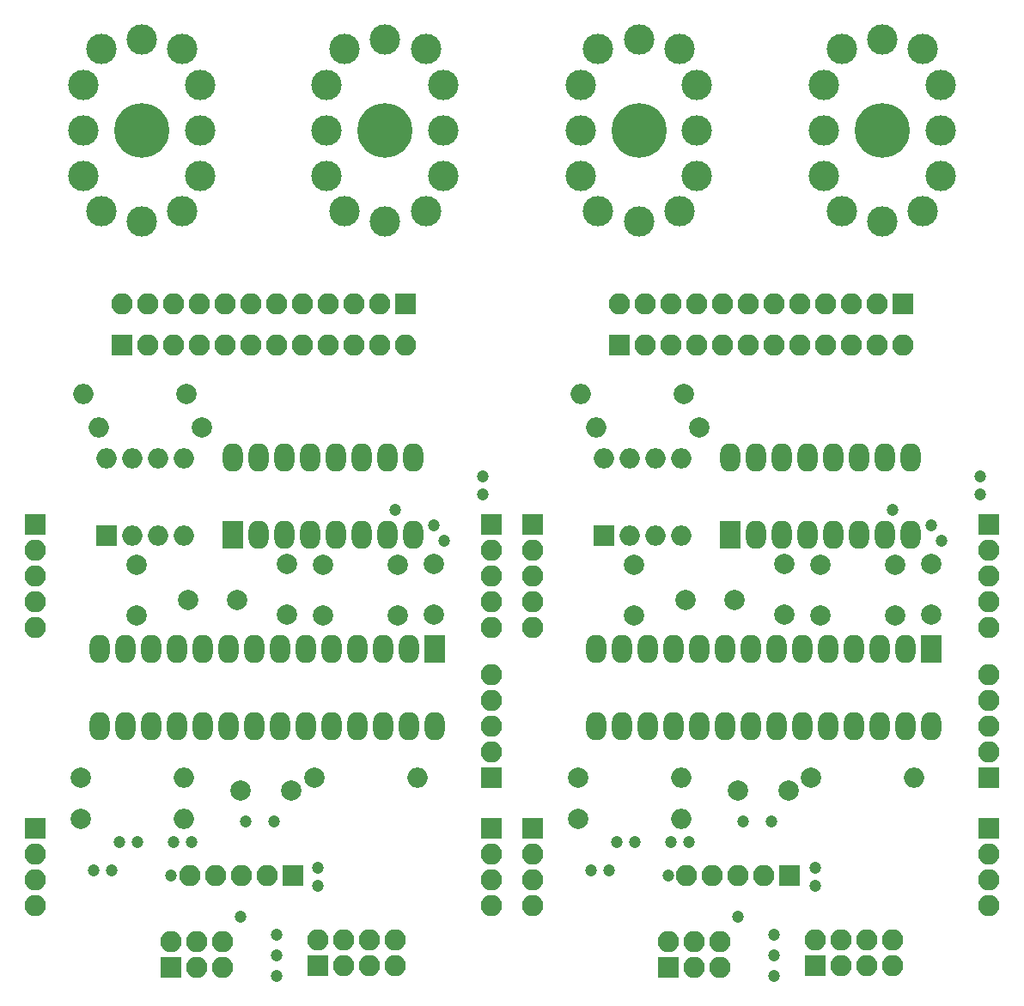
<source format=gbs>
G04 #@! TF.FileFunction,Soldermask,Bot*
%FSLAX46Y46*%
G04 Gerber Fmt 4.6, Leading zero omitted, Abs format (unit mm)*
G04 Created by KiCad (PCBNEW 4.0.6) date 11/02/17 15:14:21*
%MOMM*%
%LPD*%
G01*
G04 APERTURE LIST*
%ADD10C,0.100000*%
%ADD11C,2.000000*%
%ADD12R,2.000000X2.000000*%
%ADD13O,2.000000X2.000000*%
%ADD14R,2.100000X2.100000*%
%ADD15O,2.100000X2.100000*%
%ADD16R,2.000000X2.800000*%
%ADD17O,2.000000X2.800000*%
%ADD18C,3.000000*%
%ADD19C,5.400000*%
%ADD20C,1.200000*%
G04 APERTURE END LIST*
D10*
D11*
X168036000Y-94584000D03*
X168036000Y-99584000D03*
D12*
X150256000Y-91790000D03*
D13*
X157876000Y-84170000D03*
X152796000Y-91790000D03*
X155336000Y-84170000D03*
X155336000Y-91790000D03*
X152796000Y-84170000D03*
X157876000Y-91790000D03*
X150256000Y-84170000D03*
D11*
X178958000Y-99664000D03*
X178958000Y-94664000D03*
X153200000Y-94700000D03*
X153200000Y-99700000D03*
D14*
X188200000Y-120700000D03*
D15*
X188200000Y-123240000D03*
X188200000Y-125780000D03*
X188200000Y-128320000D03*
D14*
X188200000Y-115700000D03*
D15*
X188200000Y-113160000D03*
X188200000Y-110620000D03*
X188200000Y-108080000D03*
X188200000Y-105540000D03*
D14*
X143200000Y-120700000D03*
D15*
X143200000Y-123240000D03*
X143200000Y-125780000D03*
X143200000Y-128320000D03*
D14*
X156606000Y-134335000D03*
D15*
X156606000Y-131795000D03*
X159146000Y-134335000D03*
X159146000Y-131795000D03*
X161686000Y-134335000D03*
X161686000Y-131795000D03*
D14*
X188200000Y-90700000D03*
D15*
X188200000Y-93240000D03*
X188200000Y-95780000D03*
X188200000Y-98320000D03*
X188200000Y-100860000D03*
D14*
X143200000Y-90700000D03*
D15*
X143200000Y-93240000D03*
X143200000Y-95780000D03*
X143200000Y-98320000D03*
X143200000Y-100860000D03*
D11*
X170700000Y-115700000D03*
D13*
X180860000Y-115700000D03*
D11*
X147700000Y-115700000D03*
D13*
X157860000Y-115700000D03*
D11*
X158130000Y-77820000D03*
D13*
X147970000Y-77820000D03*
D11*
X147700000Y-119700000D03*
D13*
X157860000Y-119700000D03*
D11*
X159654000Y-81122000D03*
D13*
X149494000Y-81122000D03*
D16*
X182546000Y-102998000D03*
D17*
X149526000Y-110618000D03*
X180006000Y-102998000D03*
X152066000Y-110618000D03*
X177466000Y-102998000D03*
X154606000Y-110618000D03*
X174926000Y-102998000D03*
X157146000Y-110618000D03*
X172386000Y-102998000D03*
X159686000Y-110618000D03*
X169846000Y-102998000D03*
X162226000Y-110618000D03*
X167306000Y-102998000D03*
X164766000Y-110618000D03*
X164766000Y-102998000D03*
X167306000Y-110618000D03*
X162226000Y-102998000D03*
X169846000Y-110618000D03*
X159686000Y-102998000D03*
X172386000Y-110618000D03*
X157146000Y-102998000D03*
X174926000Y-110618000D03*
X154606000Y-102998000D03*
X177466000Y-110618000D03*
X152066000Y-102998000D03*
X180006000Y-110618000D03*
X149526000Y-102998000D03*
X182546000Y-110618000D03*
D16*
X162700000Y-91700000D03*
D17*
X180480000Y-84080000D03*
X165240000Y-91700000D03*
X177940000Y-84080000D03*
X167780000Y-91700000D03*
X175400000Y-84080000D03*
X170320000Y-91700000D03*
X172860000Y-84080000D03*
X172860000Y-91700000D03*
X170320000Y-84080000D03*
X175400000Y-91700000D03*
X167780000Y-84080000D03*
X177940000Y-91700000D03*
X165240000Y-84080000D03*
X180480000Y-91700000D03*
X162700000Y-84080000D03*
D18*
X153700000Y-60826000D03*
X149700000Y-59826000D03*
X147950000Y-56326000D03*
X147950000Y-51826000D03*
X147950000Y-47326000D03*
X149700000Y-43826000D03*
X153700000Y-42826000D03*
X157700000Y-43826000D03*
X159450000Y-47326000D03*
X159450000Y-51826000D03*
X159450000Y-56326000D03*
D19*
X153700000Y-51826000D03*
D18*
X157700000Y-59826000D03*
X177700000Y-60826000D03*
X173700000Y-59826000D03*
X171950000Y-56326000D03*
X171950000Y-51826000D03*
X171950000Y-47326000D03*
X173700000Y-43826000D03*
X177700000Y-42826000D03*
X181700000Y-43826000D03*
X183450000Y-47326000D03*
X183450000Y-51826000D03*
X183450000Y-56326000D03*
D19*
X177700000Y-51826000D03*
D18*
X181700000Y-59826000D03*
D11*
X158300000Y-98100000D03*
X163100000Y-98100000D03*
D14*
X168576000Y-125350000D03*
D15*
X166036000Y-125350000D03*
X163496000Y-125350000D03*
X160956000Y-125350000D03*
X158416000Y-125350000D03*
D14*
X151780000Y-72994000D03*
D15*
X154320000Y-72994000D03*
X156860000Y-72994000D03*
X159400000Y-72994000D03*
X161940000Y-72994000D03*
X164480000Y-72994000D03*
X167020000Y-72994000D03*
X169560000Y-72994000D03*
X172100000Y-72994000D03*
X174640000Y-72994000D03*
X177180000Y-72994000D03*
X179720000Y-72994000D03*
D14*
X179720000Y-68930000D03*
D15*
X177180000Y-68930000D03*
X174640000Y-68930000D03*
X172100000Y-68930000D03*
X169560000Y-68930000D03*
X167020000Y-68930000D03*
X164480000Y-68930000D03*
X161940000Y-68930000D03*
X159400000Y-68930000D03*
X156860000Y-68930000D03*
X154320000Y-68930000D03*
X151780000Y-68930000D03*
D11*
X171592000Y-99664000D03*
X171592000Y-94664000D03*
X182514000Y-94584000D03*
X182514000Y-99584000D03*
X163464000Y-116936000D03*
X168464000Y-116936000D03*
D14*
X171084000Y-134208000D03*
D15*
X171084000Y-131668000D03*
X173624000Y-134208000D03*
X173624000Y-131668000D03*
X176164000Y-134208000D03*
X176164000Y-131668000D03*
X178704000Y-134208000D03*
X178704000Y-131668000D03*
D20*
X166766000Y-119984000D03*
X163972000Y-119984000D03*
X158638000Y-122016000D03*
X156860000Y-122016000D03*
X153304000Y-122016000D03*
X151526000Y-122016000D03*
X171084000Y-124556000D03*
X171084000Y-126334000D03*
X167020000Y-131160000D03*
X167020000Y-133192000D03*
X167020000Y-135224000D03*
X148986000Y-124810000D03*
X156606000Y-125318000D03*
X150764000Y-124810000D03*
X163464000Y-129382000D03*
X178704000Y-89250000D03*
X187340000Y-85948000D03*
X183530000Y-92298000D03*
X187340000Y-87726000D03*
X182514000Y-90774000D03*
D11*
X119036000Y-94584000D03*
X119036000Y-99584000D03*
D12*
X101256000Y-91790000D03*
D13*
X108876000Y-84170000D03*
X103796000Y-91790000D03*
X106336000Y-84170000D03*
X106336000Y-91790000D03*
X103796000Y-84170000D03*
X108876000Y-91790000D03*
X101256000Y-84170000D03*
D11*
X129958000Y-99664000D03*
X129958000Y-94664000D03*
X104200000Y-94700000D03*
X104200000Y-99700000D03*
D14*
X139200000Y-120700000D03*
D15*
X139200000Y-123240000D03*
X139200000Y-125780000D03*
X139200000Y-128320000D03*
D14*
X139200000Y-115700000D03*
D15*
X139200000Y-113160000D03*
X139200000Y-110620000D03*
X139200000Y-108080000D03*
X139200000Y-105540000D03*
D14*
X94200000Y-120700000D03*
D15*
X94200000Y-123240000D03*
X94200000Y-125780000D03*
X94200000Y-128320000D03*
D14*
X107606000Y-134335000D03*
D15*
X107606000Y-131795000D03*
X110146000Y-134335000D03*
X110146000Y-131795000D03*
X112686000Y-134335000D03*
X112686000Y-131795000D03*
D14*
X139200000Y-90700000D03*
D15*
X139200000Y-93240000D03*
X139200000Y-95780000D03*
X139200000Y-98320000D03*
X139200000Y-100860000D03*
D14*
X94200000Y-90700000D03*
D15*
X94200000Y-93240000D03*
X94200000Y-95780000D03*
X94200000Y-98320000D03*
X94200000Y-100860000D03*
D11*
X121700000Y-115700000D03*
D13*
X131860000Y-115700000D03*
D11*
X98700000Y-115700000D03*
D13*
X108860000Y-115700000D03*
D11*
X109130000Y-77820000D03*
D13*
X98970000Y-77820000D03*
D11*
X98700000Y-119700000D03*
D13*
X108860000Y-119700000D03*
D11*
X110654000Y-81122000D03*
D13*
X100494000Y-81122000D03*
D16*
X133546000Y-102998000D03*
D17*
X100526000Y-110618000D03*
X131006000Y-102998000D03*
X103066000Y-110618000D03*
X128466000Y-102998000D03*
X105606000Y-110618000D03*
X125926000Y-102998000D03*
X108146000Y-110618000D03*
X123386000Y-102998000D03*
X110686000Y-110618000D03*
X120846000Y-102998000D03*
X113226000Y-110618000D03*
X118306000Y-102998000D03*
X115766000Y-110618000D03*
X115766000Y-102998000D03*
X118306000Y-110618000D03*
X113226000Y-102998000D03*
X120846000Y-110618000D03*
X110686000Y-102998000D03*
X123386000Y-110618000D03*
X108146000Y-102998000D03*
X125926000Y-110618000D03*
X105606000Y-102998000D03*
X128466000Y-110618000D03*
X103066000Y-102998000D03*
X131006000Y-110618000D03*
X100526000Y-102998000D03*
X133546000Y-110618000D03*
D16*
X113700000Y-91700000D03*
D17*
X131480000Y-84080000D03*
X116240000Y-91700000D03*
X128940000Y-84080000D03*
X118780000Y-91700000D03*
X126400000Y-84080000D03*
X121320000Y-91700000D03*
X123860000Y-84080000D03*
X123860000Y-91700000D03*
X121320000Y-84080000D03*
X126400000Y-91700000D03*
X118780000Y-84080000D03*
X128940000Y-91700000D03*
X116240000Y-84080000D03*
X131480000Y-91700000D03*
X113700000Y-84080000D03*
D18*
X104700000Y-60826000D03*
X100700000Y-59826000D03*
X98950000Y-56326000D03*
X98950000Y-51826000D03*
X98950000Y-47326000D03*
X100700000Y-43826000D03*
X104700000Y-42826000D03*
X108700000Y-43826000D03*
X110450000Y-47326000D03*
X110450000Y-51826000D03*
X110450000Y-56326000D03*
D19*
X104700000Y-51826000D03*
D18*
X108700000Y-59826000D03*
X128700000Y-60826000D03*
X124700000Y-59826000D03*
X122950000Y-56326000D03*
X122950000Y-51826000D03*
X122950000Y-47326000D03*
X124700000Y-43826000D03*
X128700000Y-42826000D03*
X132700000Y-43826000D03*
X134450000Y-47326000D03*
X134450000Y-51826000D03*
X134450000Y-56326000D03*
D19*
X128700000Y-51826000D03*
D18*
X132700000Y-59826000D03*
D11*
X109300000Y-98100000D03*
X114100000Y-98100000D03*
D14*
X119576000Y-125350000D03*
D15*
X117036000Y-125350000D03*
X114496000Y-125350000D03*
X111956000Y-125350000D03*
X109416000Y-125350000D03*
D14*
X102780000Y-72994000D03*
D15*
X105320000Y-72994000D03*
X107860000Y-72994000D03*
X110400000Y-72994000D03*
X112940000Y-72994000D03*
X115480000Y-72994000D03*
X118020000Y-72994000D03*
X120560000Y-72994000D03*
X123100000Y-72994000D03*
X125640000Y-72994000D03*
X128180000Y-72994000D03*
X130720000Y-72994000D03*
D14*
X130720000Y-68930000D03*
D15*
X128180000Y-68930000D03*
X125640000Y-68930000D03*
X123100000Y-68930000D03*
X120560000Y-68930000D03*
X118020000Y-68930000D03*
X115480000Y-68930000D03*
X112940000Y-68930000D03*
X110400000Y-68930000D03*
X107860000Y-68930000D03*
X105320000Y-68930000D03*
X102780000Y-68930000D03*
D11*
X122592000Y-99664000D03*
X122592000Y-94664000D03*
X133514000Y-94584000D03*
X133514000Y-99584000D03*
X114464000Y-116936000D03*
X119464000Y-116936000D03*
D14*
X122084000Y-134208000D03*
D15*
X122084000Y-131668000D03*
X124624000Y-134208000D03*
X124624000Y-131668000D03*
X127164000Y-134208000D03*
X127164000Y-131668000D03*
X129704000Y-134208000D03*
X129704000Y-131668000D03*
D20*
X117766000Y-119984000D03*
X114972000Y-119984000D03*
X109638000Y-122016000D03*
X107860000Y-122016000D03*
X104304000Y-122016000D03*
X102526000Y-122016000D03*
X122084000Y-124556000D03*
X122084000Y-126334000D03*
X118020000Y-131160000D03*
X118020000Y-133192000D03*
X118020000Y-135224000D03*
X99986000Y-124810000D03*
X107606000Y-125318000D03*
X101764000Y-124810000D03*
X114464000Y-129382000D03*
X129704000Y-89250000D03*
X138340000Y-85948000D03*
X134530000Y-92298000D03*
X138340000Y-87726000D03*
X133514000Y-90774000D03*
M02*

</source>
